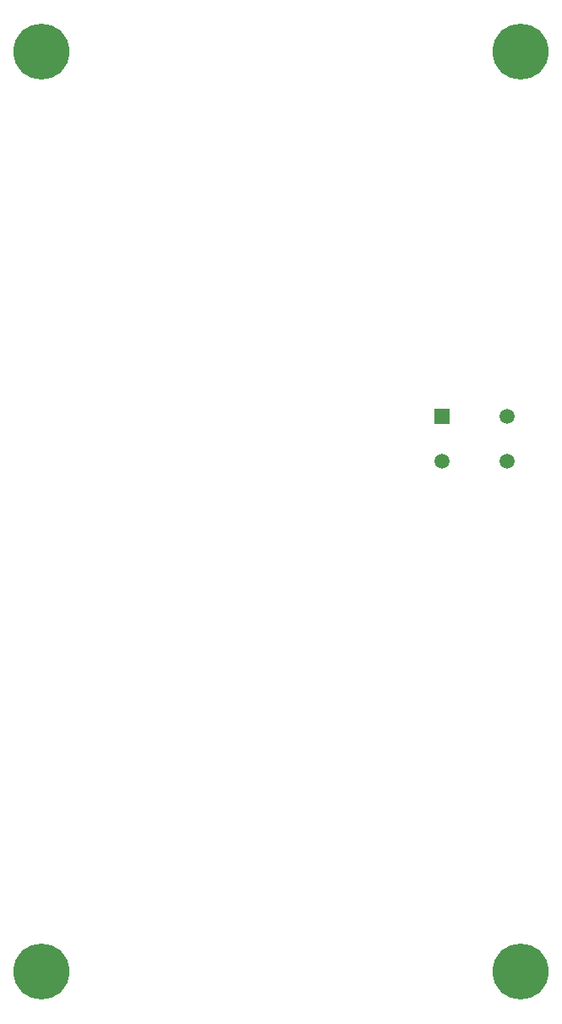
<source format=gbr>
%TF.GenerationSoftware,KiCad,Pcbnew,9.0.4*%
%TF.CreationDate,2025-11-10T15:19:37-05:00*%
%TF.ProjectId,lwqms_receiver,6c77716d-735f-4726-9563-65697665722e,rev?*%
%TF.SameCoordinates,Original*%
%TF.FileFunction,Copper,L2,Bot*%
%TF.FilePolarity,Positive*%
%FSLAX46Y46*%
G04 Gerber Fmt 4.6, Leading zero omitted, Abs format (unit mm)*
G04 Created by KiCad (PCBNEW 9.0.4) date 2025-11-10 15:19:37*
%MOMM*%
%LPD*%
G01*
G04 APERTURE LIST*
%TA.AperFunction,ComponentPad*%
%ADD10C,5.600000*%
%TD*%
%TA.AperFunction,ComponentPad*%
%ADD11R,1.498600X1.498600*%
%TD*%
%TA.AperFunction,ComponentPad*%
%ADD12C,1.498600*%
%TD*%
G04 APERTURE END LIST*
D10*
%TO.P,REF\u002A\u002A,1*%
%TO.N,N/C*%
X112000000Y-49000000D03*
%TD*%
D11*
%TO.P,SW1,1,A1*%
%TO.N,Net-(J2-Pin_10)*%
X152122999Y-85415999D03*
D12*
%TO.P,SW1,2,A2*%
X158623000Y-85415999D03*
%TO.P,SW1,3,B1*%
%TO.N,GND1*%
X152122999Y-89916000D03*
%TO.P,SW1,4,B2*%
X158623000Y-89916000D03*
%TD*%
D10*
%TO.P,REF\u002A\u002A,1*%
%TO.N,N/C*%
X160000000Y-141000000D03*
%TD*%
%TO.P,REF\u002A\u002A,1*%
%TO.N,N/C*%
X160000000Y-49000000D03*
%TD*%
%TO.P,REF\u002A\u002A,1*%
%TO.N,N/C*%
X112000000Y-141000000D03*
%TD*%
M02*

</source>
